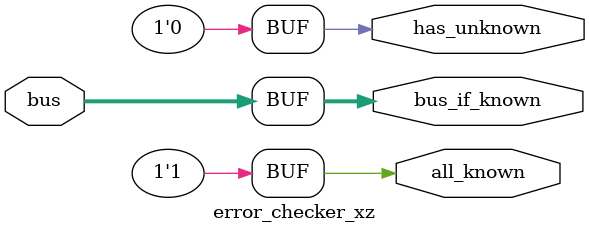
<source format=v>
module error_checker_xz(
    input [7:0]bus,
    output reg all_known,has_unknown,
    output reg [7:0]bus_if_known
);
    reg y;
    always@(*)begin
        y = (^bus);
        if(y==1'b0 || y==1'b1)begin
            all_known = 1;
            has_unknown = 0;
            bus_if_known = bus;
        end else begin
            all_known = 0;
            has_unknown = 1;
            bus_if_known = 8'h00;
        end
    end

endmodule

</source>
